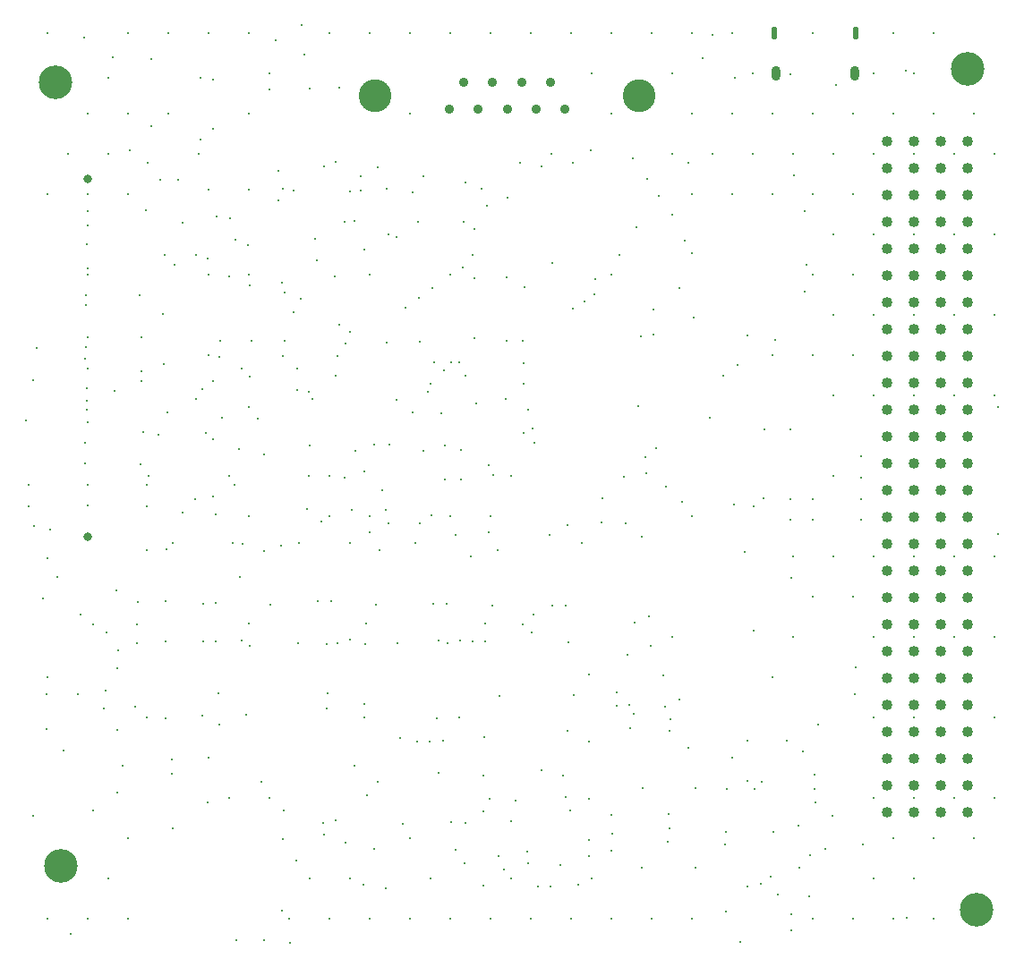
<source format=gbr>
%TF.GenerationSoftware,Altium Limited,Altium Designer,21.8.1 (53)*%
G04 Layer_Color=0*
%FSLAX45Y45*%
%MOMM*%
%TF.SameCoordinates,27AF3B28-2B88-43EB-8C06-45BE792F9E07*%
%TF.FilePolarity,Positive*%
%TF.FileFunction,Plated,1,4,PTH,Drill*%
%TF.Part,Single*%
G01*
G75*
%TA.AperFunction,ComponentDrill*%
%ADD115C,3.10000*%
%ADD116C,0.90000*%
%ADD117O,0.85000X1.40000*%
%ADD118O,0.55000X1.20000*%
%ADD119C,0.81300*%
%ADD120C,1.02000*%
%ADD121C,3.18000*%
%TA.AperFunction,ViaDrill,NotFilled*%
%ADD122C,0.25000*%
%ADD123C,0.30000*%
D115*
X3479800Y8178800D02*
D03*
X5978800D02*
D03*
D116*
X4181300Y8051800D02*
D03*
X4318300Y8305800D02*
D03*
X4455300Y8051800D02*
D03*
X4592300Y8305800D02*
D03*
X4729300Y8051800D02*
D03*
X4866300Y8305800D02*
D03*
X5003300Y8051800D02*
D03*
X5140300Y8305800D02*
D03*
X5277300Y8051800D02*
D03*
D117*
X7268900Y8391300D02*
D03*
X8013900D02*
D03*
D118*
X7253900Y8771300D02*
D03*
X8028900D02*
D03*
D119*
X762500Y4000300D02*
D03*
Y7385300D02*
D03*
D120*
X8572500Y2667000D02*
D03*
Y2921000D02*
D03*
Y3429000D02*
D03*
Y3175000D02*
D03*
Y3937000D02*
D03*
Y4191000D02*
D03*
Y4445000D02*
D03*
Y4953000D02*
D03*
Y4699000D02*
D03*
Y5461000D02*
D03*
Y5969000D02*
D03*
Y5207000D02*
D03*
Y5715000D02*
D03*
Y3683000D02*
D03*
Y2413000D02*
D03*
X8318500Y6477000D02*
D03*
Y5715000D02*
D03*
Y5969000D02*
D03*
Y6223000D02*
D03*
Y5461000D02*
D03*
Y4953000D02*
D03*
Y7747000D02*
D03*
Y7493000D02*
D03*
Y6985000D02*
D03*
Y6731000D02*
D03*
Y7239000D02*
D03*
Y5207000D02*
D03*
X8572500Y1397000D02*
D03*
Y2159000D02*
D03*
Y1651000D02*
D03*
X8318500Y1905000D02*
D03*
Y1651000D02*
D03*
X8572500Y1905000D02*
D03*
X8318500Y1397000D02*
D03*
Y2159000D02*
D03*
Y2667000D02*
D03*
Y2921000D02*
D03*
Y3175000D02*
D03*
Y3429000D02*
D03*
Y3683000D02*
D03*
Y3937000D02*
D03*
Y4445000D02*
D03*
Y4699000D02*
D03*
Y2413000D02*
D03*
Y4191000D02*
D03*
X8572500Y6731000D02*
D03*
Y6477000D02*
D03*
Y7239000D02*
D03*
Y6223000D02*
D03*
Y7747000D02*
D03*
Y6985000D02*
D03*
Y7493000D02*
D03*
X9080500Y2667000D02*
D03*
Y2921000D02*
D03*
Y3429000D02*
D03*
Y3175000D02*
D03*
Y3937000D02*
D03*
Y4191000D02*
D03*
Y4445000D02*
D03*
Y4953000D02*
D03*
Y4699000D02*
D03*
Y5461000D02*
D03*
Y5969000D02*
D03*
Y5207000D02*
D03*
Y5715000D02*
D03*
Y3683000D02*
D03*
Y2413000D02*
D03*
X8826500Y6477000D02*
D03*
Y5715000D02*
D03*
Y5969000D02*
D03*
Y6223000D02*
D03*
Y5461000D02*
D03*
Y4953000D02*
D03*
Y7747000D02*
D03*
Y7493000D02*
D03*
Y6985000D02*
D03*
Y6731000D02*
D03*
Y7239000D02*
D03*
Y5207000D02*
D03*
X9080500Y1397000D02*
D03*
Y2159000D02*
D03*
Y1651000D02*
D03*
X8826500Y1905000D02*
D03*
Y1651000D02*
D03*
X9080500Y1905000D02*
D03*
X8826500Y1397000D02*
D03*
Y2159000D02*
D03*
Y2667000D02*
D03*
Y2921000D02*
D03*
Y3175000D02*
D03*
Y3429000D02*
D03*
Y3683000D02*
D03*
Y3937000D02*
D03*
Y4445000D02*
D03*
Y4699000D02*
D03*
Y2413000D02*
D03*
Y4191000D02*
D03*
X9080500Y6731000D02*
D03*
Y6477000D02*
D03*
Y7239000D02*
D03*
Y6223000D02*
D03*
Y7747000D02*
D03*
Y6985000D02*
D03*
Y7493000D02*
D03*
D121*
X9169400Y469900D02*
D03*
X9080500Y8432800D02*
D03*
X457200Y8305800D02*
D03*
X508000Y889000D02*
D03*
D122*
X1661135Y4228993D02*
D03*
X2425675Y4782713D02*
D03*
X6446495Y2001413D02*
D03*
X6261075Y2161433D02*
D03*
X6012180Y1625600D02*
D03*
X381000Y386080D02*
D03*
Y2672080D02*
D03*
Y7244080D02*
D03*
X571500Y7625080D02*
D03*
X381000Y8768080D02*
D03*
X762000Y386080D02*
D03*
X952500Y767080D02*
D03*
X762000Y6482080D02*
D03*
Y7244080D02*
D03*
X952500Y7625080D02*
D03*
X762000Y8006080D02*
D03*
X1143000Y386080D02*
D03*
Y1148080D02*
D03*
X1333500Y4577080D02*
D03*
X1143000Y7244080D02*
D03*
Y8006080D02*
D03*
Y8768080D02*
D03*
X1524000Y8006080D02*
D03*
Y8768080D02*
D03*
X2095500Y1529080D02*
D03*
X1905000Y1910080D02*
D03*
X2095500Y4577080D02*
D03*
X1905000Y5720080D02*
D03*
Y6482080D02*
D03*
Y8768080D02*
D03*
X2476500Y1529080D02*
D03*
X2286000Y4196080D02*
D03*
Y6482080D02*
D03*
Y8006080D02*
D03*
X2476500Y8387080D02*
D03*
X2286000Y8768080D02*
D03*
X2667000Y386080D02*
D03*
X2857500Y767080D02*
D03*
X3048000Y386080D02*
D03*
X3238500Y767080D02*
D03*
X3048000Y4196080D02*
D03*
Y8768080D02*
D03*
X3429000Y386080D02*
D03*
Y4196080D02*
D03*
Y6482080D02*
D03*
Y8768080D02*
D03*
X3810000Y386080D02*
D03*
X4000500Y767080D02*
D03*
X3810000Y1148080D02*
D03*
Y8006080D02*
D03*
Y8768080D02*
D03*
X4191000Y386080D02*
D03*
X4381500Y3815080D02*
D03*
X4191000Y4196080D02*
D03*
Y6482080D02*
D03*
Y8768080D02*
D03*
X4572000Y386080D02*
D03*
X4762500Y767080D02*
D03*
X4572000Y4196080D02*
D03*
X4762500Y4577080D02*
D03*
X4572000Y8768080D02*
D03*
X4953000Y386080D02*
D03*
X5143500Y7625080D02*
D03*
X4953000Y8768080D02*
D03*
X5334000Y386080D02*
D03*
X5524500Y767080D02*
D03*
Y8387080D02*
D03*
X5334000Y8768080D02*
D03*
X5715000Y386080D02*
D03*
Y6482080D02*
D03*
Y8768080D02*
D03*
X6096000Y386080D02*
D03*
X6286500Y3053080D02*
D03*
Y7625080D02*
D03*
Y8387080D02*
D03*
X6096000Y8768080D02*
D03*
X6477000Y386080D02*
D03*
Y4196080D02*
D03*
Y7244080D02*
D03*
Y8006080D02*
D03*
Y8768080D02*
D03*
X6858000Y1910080D02*
D03*
Y7244080D02*
D03*
Y8006080D02*
D03*
X7048500Y8387080D02*
D03*
X6858000Y8768080D02*
D03*
X7239000Y2672080D02*
D03*
X7429500Y3053080D02*
D03*
Y3815080D02*
D03*
X7239000Y5720080D02*
D03*
Y7244080D02*
D03*
X7620000Y386080D02*
D03*
Y3434080D02*
D03*
X7810500Y3815080D02*
D03*
Y4577080D02*
D03*
Y5339080D02*
D03*
X7620000Y5720080D02*
D03*
X7810500Y6101080D02*
D03*
X7620000Y6482080D02*
D03*
X7810500Y6863080D02*
D03*
X7620000Y7244080D02*
D03*
X7810500Y7625080D02*
D03*
X7620000Y8768080D02*
D03*
X8001000Y386080D02*
D03*
X8191500Y767080D02*
D03*
Y1529080D02*
D03*
Y2291080D02*
D03*
Y3053080D02*
D03*
X8001000Y3434080D02*
D03*
X8191500Y3815080D02*
D03*
Y5339080D02*
D03*
X8001000Y5720080D02*
D03*
X8191500Y6101080D02*
D03*
X8001000Y6482080D02*
D03*
X8191500Y6863080D02*
D03*
X8001000Y7244080D02*
D03*
X8191500Y7625080D02*
D03*
Y8387080D02*
D03*
X8382000Y386080D02*
D03*
X8572500Y767080D02*
D03*
X8382000Y1148080D02*
D03*
X8572500Y1529080D02*
D03*
Y2291080D02*
D03*
Y3053080D02*
D03*
Y3815080D02*
D03*
Y5339080D02*
D03*
Y6101080D02*
D03*
Y6863080D02*
D03*
Y7625080D02*
D03*
Y8387080D02*
D03*
X8382000Y8768080D02*
D03*
X8763000Y386080D02*
D03*
Y1148080D02*
D03*
X8953500Y1529080D02*
D03*
Y3053080D02*
D03*
Y3815080D02*
D03*
Y5339080D02*
D03*
Y6101080D02*
D03*
Y6863080D02*
D03*
Y7625080D02*
D03*
X8763000Y8768080D02*
D03*
X9144000Y1148080D02*
D03*
X9334500Y1529080D02*
D03*
Y2291080D02*
D03*
Y3053080D02*
D03*
Y3815080D02*
D03*
Y5339080D02*
D03*
Y6101080D02*
D03*
Y6863080D02*
D03*
Y7625080D02*
D03*
X1318660Y2291080D02*
D03*
X3608076Y6866412D02*
D03*
X1905000Y7284320D02*
D03*
X2286000D02*
D03*
X7429500Y7625080D02*
D03*
X6667500D02*
D03*
X8763000Y8006080D02*
D03*
X8382000D02*
D03*
X7048500Y7625080D02*
D03*
X8001000Y8006080D02*
D03*
X9144000D02*
D03*
X7239000D02*
D03*
X7620000D02*
D03*
X5715000D02*
D03*
X1656080Y6972300D02*
D03*
X1979387Y7031334D02*
D03*
X1471139Y6108564D02*
D03*
X5323840Y1409700D02*
D03*
X3718560Y2095500D02*
D03*
X2586825Y3917254D02*
D03*
X2199640Y3616960D02*
D03*
X7444740Y7421880D02*
D03*
X7417661Y3616701D02*
D03*
X2672080Y160020D02*
D03*
X6446520Y7538720D02*
D03*
X4853940D02*
D03*
X6672580Y8755380D02*
D03*
X4276233Y2292543D02*
D03*
X3378200Y2288540D02*
D03*
X4064000Y2280920D02*
D03*
X3286760Y1831340D02*
D03*
X3743960Y1287780D02*
D03*
X2994660Y7503160D02*
D03*
X3106420Y7546340D02*
D03*
X6477000Y6685280D02*
D03*
X6789420Y1089660D02*
D03*
X2814320Y8564880D02*
D03*
X2865120Y8239760D02*
D03*
X1045204Y1576824D02*
D03*
X5623560Y4135120D02*
D03*
X4399922Y3013097D02*
D03*
X3690620Y2994660D02*
D03*
X2219960Y3020060D02*
D03*
X384584Y3801780D02*
D03*
X665480Y2509520D02*
D03*
X370840Y2179320D02*
D03*
X1971040Y4216400D02*
D03*
X1894347Y1489512D02*
D03*
X2984500Y1295400D02*
D03*
X3471964Y1043950D02*
D03*
X5051030Y1792390D02*
D03*
X3906520Y4127500D02*
D03*
X1094740Y1833880D02*
D03*
X2288540Y3177540D02*
D03*
X5254459Y1745346D02*
D03*
X1564640Y1239520D02*
D03*
X1498600Y3388360D02*
D03*
X1238717Y3382044D02*
D03*
X1498606Y3014333D02*
D03*
X1849120Y2311400D02*
D03*
X1496060Y2283460D02*
D03*
X1211580Y2392680D02*
D03*
X764540Y6944360D02*
D03*
X2491740Y3357880D02*
D03*
X3487420D02*
D03*
X4587240Y3350260D02*
D03*
X3903980Y5849620D02*
D03*
X3589020Y5842000D02*
D03*
X3378200Y6715760D02*
D03*
X3101340Y6461760D02*
D03*
X3197860Y5831840D02*
D03*
X3108960Y5529580D02*
D03*
X2600807Y6408326D02*
D03*
X2626360Y6316980D02*
D03*
X2774312Y6253480D02*
D03*
X2930162Y6621264D02*
D03*
X1488440Y6667500D02*
D03*
X5156200Y6596380D02*
D03*
X5971540Y5234940D02*
D03*
X6360160Y6355080D02*
D03*
X6642100Y5128260D02*
D03*
X7409180Y5019040D02*
D03*
X5303520Y4112260D02*
D03*
X5628640Y4366260D02*
D03*
X5849620Y4130040D02*
D03*
X5127860Y4020820D02*
D03*
X3680460Y6840220D02*
D03*
X1562500Y3939540D02*
D03*
X2153920Y4493260D02*
D03*
X1774775Y4358281D02*
D03*
X1318660Y3873500D02*
D03*
X1229360Y2994660D02*
D03*
X2915920Y6824980D02*
D03*
X6286500Y7051040D02*
D03*
X6114452Y6149005D02*
D03*
X6162040Y7226300D02*
D03*
X6055360Y7388860D02*
D03*
X5948680Y6934200D02*
D03*
X756920Y5407660D02*
D03*
X6507480Y866140D02*
D03*
X6004560Y871220D02*
D03*
X6769100Y5527040D02*
D03*
X7373620Y2072640D02*
D03*
X2425700Y3868420D02*
D03*
X5923280Y2326640D02*
D03*
X4165600Y2992120D02*
D03*
X3403600Y1551940D02*
D03*
X2613660Y1412240D02*
D03*
X4080678Y1766738D02*
D03*
X4201160Y1300480D02*
D03*
X6002020Y4000500D02*
D03*
X6380480Y4333240D02*
D03*
X6230620Y4475480D02*
D03*
X6873240Y4302760D02*
D03*
X6045200Y4602480D02*
D03*
X6037580Y4757420D02*
D03*
X6141720Y4838700D02*
D03*
X5349240Y6162040D02*
D03*
X5461000Y6228080D02*
D03*
X5557520Y6294120D02*
D03*
X3769360Y6169660D02*
D03*
X3896360Y6263640D02*
D03*
X4023360Y6355080D02*
D03*
X4305300Y6548120D02*
D03*
X5560060Y6443980D02*
D03*
X2743200Y5595620D02*
D03*
X2611120Y5712460D02*
D03*
X2743200Y5392420D02*
D03*
X3124200Y5712460D02*
D03*
X4196080Y5649360D02*
D03*
X4038600D02*
D03*
X4272280Y5648960D02*
D03*
X2004060Y5704840D02*
D03*
X3685540Y5298440D02*
D03*
X4399280Y6672580D02*
D03*
X4881880Y4986020D02*
D03*
X4968240Y5024120D02*
D03*
X6108700Y5918200D02*
D03*
X5996940Y5895340D02*
D03*
X6405880Y6807200D02*
D03*
X3286760Y6990480D02*
D03*
X3022600Y2379980D02*
D03*
X3025140Y2984500D02*
D03*
X2004060Y2225040D02*
D03*
X2001520Y2517140D02*
D03*
X2260560Y2320194D02*
D03*
X2750820Y2994660D02*
D03*
X3121660Y2997200D02*
D03*
X4641490Y3871870D02*
D03*
X3858260Y3942080D02*
D03*
X3517900Y3870960D02*
D03*
X2758440Y3939540D02*
D03*
X3243580D02*
D03*
X2131060D02*
D03*
X2227580Y3937000D02*
D03*
X3429000Y4041140D02*
D03*
X4551680Y4043680D02*
D03*
X4239918Y4018190D02*
D03*
X5433060Y3939540D02*
D03*
X1041400Y2176780D02*
D03*
X6205220Y2687320D02*
D03*
X5933440Y3185160D02*
D03*
X6068553Y3246932D02*
D03*
X5887720Y2413000D02*
D03*
X5768340Y2402840D02*
D03*
X5763260Y2532380D02*
D03*
X6360160Y2463800D02*
D03*
X6220460Y2392680D02*
D03*
X6276340Y2270760D02*
D03*
X4658360Y2491740D02*
D03*
X3997960Y2062480D02*
D03*
X4126757Y2067959D02*
D03*
X3874751Y2062264D02*
D03*
X2997200Y1178560D02*
D03*
X3197860Y1102360D02*
D03*
X3378200Y2415540D02*
D03*
X4500880Y1399540D02*
D03*
X4081780Y3017520D02*
D03*
X4521200Y3180080D02*
D03*
X4523740Y3014980D02*
D03*
X4284980Y3020060D02*
D03*
X4155440Y3365500D02*
D03*
X5156200Y3352800D02*
D03*
X5283200Y3350260D02*
D03*
X4338320Y1290320D02*
D03*
X3241040Y3030620D02*
D03*
X3395980Y3177540D02*
D03*
X3388360Y2989580D02*
D03*
X1973580Y3009900D02*
D03*
X2291080Y2971800D02*
D03*
X1856740Y3012440D02*
D03*
Y3365500D02*
D03*
X1973580Y3373120D02*
D03*
X2938780Y3388360D02*
D03*
X3065780Y3393440D02*
D03*
X4328160Y909320D02*
D03*
X4244340Y1038860D02*
D03*
X4500880Y698500D02*
D03*
X4033520Y3368040D02*
D03*
X4696460Y848360D02*
D03*
X4651842Y979002D02*
D03*
X1943100Y4384040D02*
D03*
X2196023Y4829617D02*
D03*
X812800Y3172460D02*
D03*
X941979Y3093720D02*
D03*
X693237Y3266623D02*
D03*
X4978400Y3263900D02*
D03*
X4876800Y3175000D02*
D03*
X4960620Y3096260D02*
D03*
X1229360Y3175000D02*
D03*
X5499100Y2700020D02*
D03*
X5793740Y6670040D02*
D03*
X815340Y1412240D02*
D03*
X1049020Y2923540D02*
D03*
X1036320Y3495040D02*
D03*
X762000Y4295140D02*
D03*
X764540Y4490720D02*
D03*
X1518920Y5181600D02*
D03*
X756920Y5204460D02*
D03*
X759460Y5593080D02*
D03*
X744220Y5793740D02*
D03*
Y6195060D02*
D03*
X762000Y6540500D02*
D03*
X756920Y6766560D02*
D03*
X1945640Y8328660D02*
D03*
X916940Y2379980D02*
D03*
X3835400Y5179060D02*
D03*
X7734300Y1049020D02*
D03*
X6804660Y1615440D02*
D03*
X6508297Y1622388D02*
D03*
X5501640Y1524000D02*
D03*
X7218680Y782320D02*
D03*
X7132320Y716280D02*
D03*
X6936740Y165100D02*
D03*
X1945640Y4922920D02*
D03*
X2886542Y5302418D02*
D03*
X1877060Y4986020D02*
D03*
X2854960Y5374640D02*
D03*
X3136900Y6004560D02*
D03*
X2712720Y6126480D02*
D03*
X256540Y4107180D02*
D03*
X403860Y4069080D02*
D03*
X3258820Y4251960D02*
D03*
X2975014Y4143233D02*
D03*
X5501640Y975360D02*
D03*
X4338320Y5529580D02*
D03*
X4129029Y5574399D02*
D03*
X3977640Y5369560D02*
D03*
X4008120Y5453380D02*
D03*
X7063740Y3114040D02*
D03*
X3507740Y7495540D02*
D03*
X3586480Y7297420D02*
D03*
X3241040Y5941460D02*
D03*
X5836920Y4572000D02*
D03*
X4882280Y5641340D02*
D03*
Y5445760D02*
D03*
X6979920Y3860800D02*
D03*
X927100Y2545080D02*
D03*
X1844040Y5402580D02*
D03*
X1478280Y5633720D02*
D03*
X1788160Y5308600D02*
D03*
X1282700Y4991100D02*
D03*
X1427480Y4968240D02*
D03*
X739079Y4892800D02*
D03*
X1267460Y5471160D02*
D03*
X1950720Y5473700D02*
D03*
X1016000Y5384800D02*
D03*
X2217420Y5595620D02*
D03*
X2296160Y5521560D02*
D03*
X1270000Y5567680D02*
D03*
X739079Y4692800D02*
D03*
X1612900Y7378700D02*
D03*
X7134860Y1678940D02*
D03*
X7289800Y612140D02*
D03*
X7002780Y1689100D02*
D03*
X4335780Y7355840D02*
D03*
X4483100Y7292340D02*
D03*
X4320540Y6979920D02*
D03*
X7804727Y1357041D02*
D03*
X7482840Y1264920D02*
D03*
X7068820Y1612900D02*
D03*
X7062295Y4291889D02*
D03*
X7150100Y4363720D02*
D03*
X7160260Y5019040D02*
D03*
X6908800Y5623560D02*
D03*
X1811020Y7622140D02*
D03*
X1325880Y7538720D02*
D03*
X1447800Y7378700D02*
D03*
X1897380Y6633140D02*
D03*
X2273300Y6761480D02*
D03*
X2159000Y6810140D02*
D03*
X2110740Y7012940D02*
D03*
X6493169Y6074675D02*
D03*
X7002780Y5908040D02*
D03*
X3188802Y6986438D02*
D03*
X762000Y7086600D02*
D03*
X1310640Y7091680D02*
D03*
X751840Y5290820D02*
D03*
X734284Y5687894D02*
D03*
X1262380Y4691380D02*
D03*
X746760Y6286500D02*
D03*
X1579880Y6573520D02*
D03*
X1256195Y6287778D02*
D03*
X1788160Y6664960D02*
D03*
D123*
X3606800Y4127500D02*
D03*
X5054600Y7505700D02*
D03*
X6885940Y8343900D02*
D03*
X3505200Y1678940D02*
D03*
X4503060Y1738282D02*
D03*
X5516880Y7655560D02*
D03*
X7835900Y8280400D02*
D03*
X2783840Y8846820D02*
D03*
X8498840Y8412480D02*
D03*
X1502817Y3885669D02*
D03*
X1557500Y1892300D02*
D03*
X1558530Y1756170D02*
D03*
X4732020Y7213600D02*
D03*
X1041400Y2755900D02*
D03*
X3027680Y2519680D02*
D03*
X5306060Y3002280D02*
D03*
X5019040Y693420D02*
D03*
X5138420Y688340D02*
D03*
X5229860Y891540D02*
D03*
X4917440Y1018540D02*
D03*
X4808220Y1503680D02*
D03*
X4566351Y1518603D02*
D03*
X4516120Y2105660D02*
D03*
X2621280Y5857240D02*
D03*
X2098040Y6466840D02*
D03*
X4894580Y6367780D02*
D03*
X6578600Y8534400D02*
D03*
X3136900Y8249920D02*
D03*
X2565400Y7465060D02*
D03*
X2837180Y4264660D02*
D03*
X2849880Y4577080D02*
D03*
X3378200Y4617720D02*
D03*
X6250565Y1115398D02*
D03*
X6257991Y1373823D02*
D03*
X7244080Y1206500D02*
D03*
X7409180Y8376920D02*
D03*
X7528560Y1968500D02*
D03*
X2595880Y464820D02*
D03*
X2164080Y185420D02*
D03*
X2427671Y187643D02*
D03*
X2611120Y7292340D02*
D03*
X5895340Y2186940D02*
D03*
X2407920Y1678940D02*
D03*
X5300980Y2162020D02*
D03*
X4439814Y5265314D02*
D03*
X2311400Y5854700D02*
D03*
X4419600Y6451600D02*
D03*
X4727660Y6454140D02*
D03*
X4986020Y4889500D02*
D03*
X3886200Y6985480D02*
D03*
X4533900Y7133900D02*
D03*
X6083300Y2969260D02*
D03*
X5499100Y2059460D02*
D03*
X3103880Y1318260D02*
D03*
X5361940Y2504440D02*
D03*
X4927600Y908220D02*
D03*
X4770120Y1308100D02*
D03*
X5867400Y2880360D02*
D03*
X4551786Y4678786D02*
D03*
X4597400Y4584700D02*
D03*
X3048000Y4579620D02*
D03*
X3365500Y711200D02*
D03*
X3580048Y678752D02*
D03*
X7495540Y868680D02*
D03*
X7581900Y601980D02*
D03*
X7000200Y693420D02*
D03*
X5285740Y1536700D02*
D03*
X2479040Y8232140D02*
D03*
X5397500Y708660D02*
D03*
X2369820Y5120640D02*
D03*
X3474720Y4876800D02*
D03*
X2283460Y5229860D02*
D03*
X2028190Y5124450D02*
D03*
X1320800Y4292600D02*
D03*
X2865375Y4868925D02*
D03*
X1320800Y4495800D02*
D03*
X3614420Y4874260D02*
D03*
X368300Y2514600D02*
D03*
X3290564Y4814564D02*
D03*
X4419600Y5885261D02*
D03*
X5499100Y1127760D02*
D03*
X7670800Y2222500D02*
D03*
X4877280Y5854700D02*
D03*
X4724400D02*
D03*
X4927600Y5207000D02*
D03*
X2012400Y5854700D02*
D03*
X3239400Y7268700D02*
D03*
X2565400Y7188200D02*
D03*
X8013700Y2514600D02*
D03*
X8026400Y2768600D02*
D03*
X7640320Y1615440D02*
D03*
X7005320Y2067560D02*
D03*
X7645400Y1485900D02*
D03*
X8509000Y393700D02*
D03*
X5717540Y1028700D02*
D03*
X3340100Y7415400D02*
D03*
X4419600Y6910860D02*
D03*
X7543800Y7086600D02*
D03*
X3937000Y7415400D02*
D03*
X7543800Y6324600D02*
D03*
X5346700Y7543800D02*
D03*
X3340100Y7277100D02*
D03*
X5918200Y7581900D02*
D03*
X762000Y5085080D02*
D03*
X1270000Y5890260D02*
D03*
X2293620Y6383020D02*
D03*
X2710614Y7282614D02*
D03*
X3835400Y7264400D02*
D03*
X3937000Y4813300D02*
D03*
X3581400Y4254500D02*
D03*
X3543300Y4445000D02*
D03*
X3187700Y4559300D02*
D03*
X4013200Y4203700D02*
D03*
X4140200Y4864100D02*
D03*
X4290850Y4826000D02*
D03*
X4711700Y5308600D02*
D03*
X4102100Y5168900D02*
D03*
X4292600Y4546600D02*
D03*
X4140200D02*
D03*
X241300Y5486400D02*
D03*
X762000Y5892800D02*
D03*
X279400Y5791200D02*
D03*
X8077200Y4559300D02*
D03*
Y4762500D02*
D03*
X7620000Y4165600D02*
D03*
Y4356100D02*
D03*
X8077200D02*
D03*
Y4165600D02*
D03*
X7404100D02*
D03*
Y4356100D02*
D03*
X1358900Y8521700D02*
D03*
X2540000Y8699500D02*
D03*
X1155700Y7658100D02*
D03*
X5717540Y1371600D02*
D03*
X337820Y3413760D02*
D03*
X469900Y3619500D02*
D03*
X533400Y1981200D02*
D03*
X241300Y1358900D02*
D03*
X7264400Y5867400D02*
D03*
X1828800Y8343900D02*
D03*
X1358900Y7886700D02*
D03*
X177800Y5105400D02*
D03*
X203200Y4292600D02*
D03*
X2603500Y1143000D02*
D03*
X8089900Y1092200D02*
D03*
X5720080Y1191260D02*
D03*
X6261100Y1244600D02*
D03*
X723900Y8724900D02*
D03*
X1000760Y8536940D02*
D03*
X952500Y8343900D02*
D03*
X203200Y4495800D02*
D03*
X1828800Y7759700D02*
D03*
X1943100Y7861300D02*
D03*
X6794500Y457200D02*
D03*
X7416800Y279400D02*
D03*
Y431800D02*
D03*
X7594600Y988060D02*
D03*
X7640320Y1752600D02*
D03*
X7556500Y6578600D02*
D03*
X9372600Y5232400D02*
D03*
Y4025900D02*
D03*
X6802120Y1211580D02*
D03*
X2730500Y934720D02*
D03*
X596900Y241300D02*
D03*
%TF.MD5,01cbe6ed7fd5765d6e58a87a2fcbba81*%
M02*

</source>
